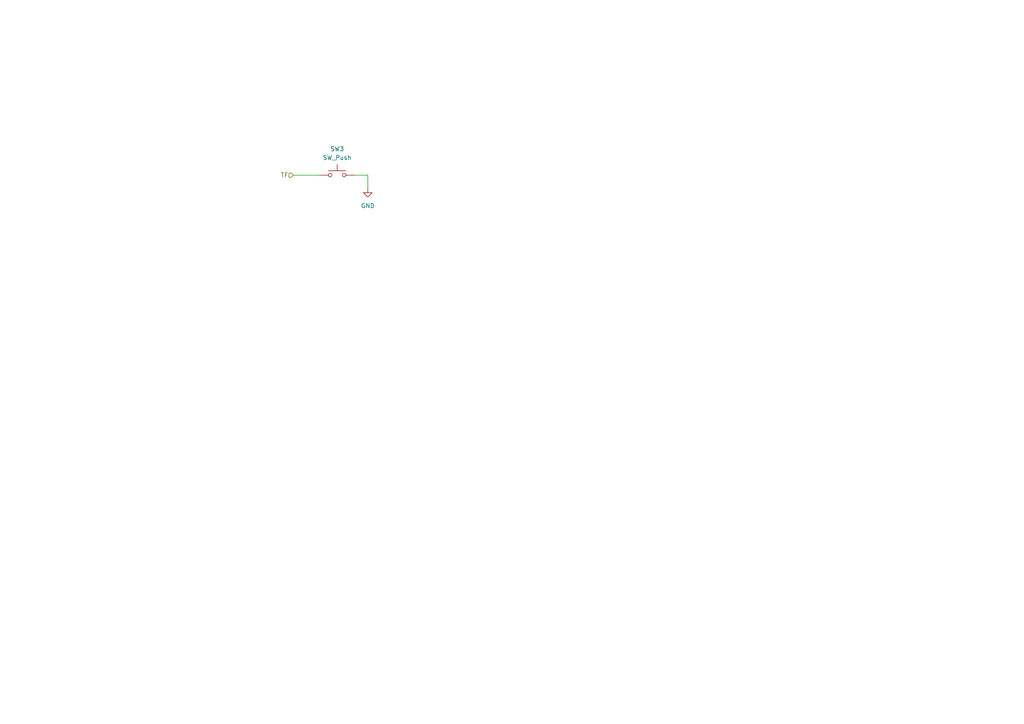
<source format=kicad_sch>
(kicad_sch
	(version 20250114)
	(generator "eeschema")
	(generator_version "9.0")
	(uuid "e066126c-fd3e-46ee-9183-edaafc4564a8")
	(paper "A4")
	(lib_symbols
		(symbol "Switch:SW_Push"
			(pin_numbers
				(hide yes)
			)
			(pin_names
				(offset 1.016)
				(hide yes)
			)
			(exclude_from_sim no)
			(in_bom yes)
			(on_board yes)
			(property "Reference" "SW"
				(at 1.27 2.54 0)
				(effects
					(font
						(size 1.27 1.27)
					)
					(justify left)
				)
			)
			(property "Value" "SW_Push"
				(at 0 -1.524 0)
				(effects
					(font
						(size 1.27 1.27)
					)
				)
			)
			(property "Footprint" ""
				(at 0 5.08 0)
				(effects
					(font
						(size 1.27 1.27)
					)
					(hide yes)
				)
			)
			(property "Datasheet" "~"
				(at 0 5.08 0)
				(effects
					(font
						(size 1.27 1.27)
					)
					(hide yes)
				)
			)
			(property "Description" "Push button switch, generic, two pins"
				(at 0 0 0)
				(effects
					(font
						(size 1.27 1.27)
					)
					(hide yes)
				)
			)
			(property "ki_keywords" "switch normally-open pushbutton push-button"
				(at 0 0 0)
				(effects
					(font
						(size 1.27 1.27)
					)
					(hide yes)
				)
			)
			(symbol "SW_Push_0_1"
				(circle
					(center -2.032 0)
					(radius 0.508)
					(stroke
						(width 0)
						(type default)
					)
					(fill
						(type none)
					)
				)
				(polyline
					(pts
						(xy 0 1.27) (xy 0 3.048)
					)
					(stroke
						(width 0)
						(type default)
					)
					(fill
						(type none)
					)
				)
				(circle
					(center 2.032 0)
					(radius 0.508)
					(stroke
						(width 0)
						(type default)
					)
					(fill
						(type none)
					)
				)
				(polyline
					(pts
						(xy 2.54 1.27) (xy -2.54 1.27)
					)
					(stroke
						(width 0)
						(type default)
					)
					(fill
						(type none)
					)
				)
				(pin passive line
					(at -5.08 0 0)
					(length 2.54)
					(name "1"
						(effects
							(font
								(size 1.27 1.27)
							)
						)
					)
					(number "1"
						(effects
							(font
								(size 1.27 1.27)
							)
						)
					)
				)
				(pin passive line
					(at 5.08 0 180)
					(length 2.54)
					(name "2"
						(effects
							(font
								(size 1.27 1.27)
							)
						)
					)
					(number "2"
						(effects
							(font
								(size 1.27 1.27)
							)
						)
					)
				)
			)
			(embedded_fonts no)
		)
		(symbol "power:GND"
			(power)
			(pin_numbers
				(hide yes)
			)
			(pin_names
				(offset 0)
				(hide yes)
			)
			(exclude_from_sim no)
			(in_bom yes)
			(on_board yes)
			(property "Reference" "#PWR"
				(at 0 -6.35 0)
				(effects
					(font
						(size 1.27 1.27)
					)
					(hide yes)
				)
			)
			(property "Value" "GND"
				(at 0 -3.81 0)
				(effects
					(font
						(size 1.27 1.27)
					)
				)
			)
			(property "Footprint" ""
				(at 0 0 0)
				(effects
					(font
						(size 1.27 1.27)
					)
					(hide yes)
				)
			)
			(property "Datasheet" ""
				(at 0 0 0)
				(effects
					(font
						(size 1.27 1.27)
					)
					(hide yes)
				)
			)
			(property "Description" "Power symbol creates a global label with name \"GND\" , ground"
				(at 0 0 0)
				(effects
					(font
						(size 1.27 1.27)
					)
					(hide yes)
				)
			)
			(property "ki_keywords" "global power"
				(at 0 0 0)
				(effects
					(font
						(size 1.27 1.27)
					)
					(hide yes)
				)
			)
			(symbol "GND_0_1"
				(polyline
					(pts
						(xy 0 0) (xy 0 -1.27) (xy 1.27 -1.27) (xy 0 -2.54) (xy -1.27 -1.27) (xy 0 -1.27)
					)
					(stroke
						(width 0)
						(type default)
					)
					(fill
						(type none)
					)
				)
			)
			(symbol "GND_1_1"
				(pin power_in line
					(at 0 0 270)
					(length 0)
					(name "~"
						(effects
							(font
								(size 1.27 1.27)
							)
						)
					)
					(number "1"
						(effects
							(font
								(size 1.27 1.27)
							)
						)
					)
				)
			)
			(embedded_fonts no)
		)
	)
	(wire
		(pts
			(xy 106.68 50.8) (xy 106.68 54.61)
		)
		(stroke
			(width 0)
			(type default)
		)
		(uuid "464178d8-69ba-4a2e-a49f-09269d0f47d2")
	)
	(wire
		(pts
			(xy 102.87 50.8) (xy 106.68 50.8)
		)
		(stroke
			(width 0)
			(type default)
		)
		(uuid "66edde79-350b-4288-b09c-da3cbd68e9dd")
	)
	(wire
		(pts
			(xy 85.09 50.8) (xy 92.71 50.8)
		)
		(stroke
			(width 0)
			(type default)
		)
		(uuid "feda6438-29e1-4f0c-abf7-8db0c175032c")
	)
	(hierarchical_label "TF"
		(shape input)
		(at 85.09 50.8 180)
		(effects
			(font
				(size 1.27 1.27)
			)
			(justify right)
		)
		(uuid "a390363e-47d3-4d55-9960-b8e7ff741f07")
	)
	(symbol
		(lib_id "power:GND")
		(at 106.68 54.61 0)
		(unit 1)
		(exclude_from_sim no)
		(in_bom yes)
		(on_board yes)
		(dnp no)
		(fields_autoplaced yes)
		(uuid "1c709db0-15cb-4364-8f1e-45f93ff99898")
		(property "Reference" "#PWR012"
			(at 106.68 60.96 0)
			(effects
				(font
					(size 1.27 1.27)
				)
				(hide yes)
			)
		)
		(property "Value" "GND"
			(at 106.68 59.69 0)
			(effects
				(font
					(size 1.27 1.27)
				)
			)
		)
		(property "Footprint" ""
			(at 106.68 54.61 0)
			(effects
				(font
					(size 1.27 1.27)
				)
				(hide yes)
			)
		)
		(property "Datasheet" ""
			(at 106.68 54.61 0)
			(effects
				(font
					(size 1.27 1.27)
				)
				(hide yes)
			)
		)
		(property "Description" "Power symbol creates a global label with name \"GND\" , ground"
			(at 106.68 54.61 0)
			(effects
				(font
					(size 1.27 1.27)
				)
				(hide yes)
			)
		)
		(pin "1"
			(uuid "5e12487f-830a-412f-b15b-19661190230a")
		)
		(instances
			(project ""
				(path "/3d75f2ac-ff42-44dc-9858-71c9585bfb68/8cec64a4-8f4e-425a-930a-28a9426475d7/ebe60ddc-68a7-4572-9e9c-530ac61c112f"
					(reference "#PWR012")
					(unit 1)
				)
			)
		)
	)
	(symbol
		(lib_id "Switch:SW_Push")
		(at 97.79 50.8 0)
		(unit 1)
		(exclude_from_sim no)
		(in_bom yes)
		(on_board yes)
		(dnp no)
		(fields_autoplaced yes)
		(uuid "d975f2f9-7185-4db6-b139-6b4bdc15a018")
		(property "Reference" "SW3"
			(at 97.79 43.18 0)
			(effects
				(font
					(size 1.27 1.27)
				)
			)
		)
		(property "Value" "SW_Push"
			(at 97.79 45.72 0)
			(effects
				(font
					(size 1.27 1.27)
				)
			)
		)
		(property "Footprint" ""
			(at 97.79 45.72 0)
			(effects
				(font
					(size 1.27 1.27)
				)
				(hide yes)
			)
		)
		(property "Datasheet" "~"
			(at 97.79 45.72 0)
			(effects
				(font
					(size 1.27 1.27)
				)
				(hide yes)
			)
		)
		(property "Description" "Push button switch, generic, two pins"
			(at 97.79 50.8 0)
			(effects
				(font
					(size 1.27 1.27)
				)
				(hide yes)
			)
		)
		(pin "2"
			(uuid "1c57a970-8f29-45b4-975e-654244e5e718")
		)
		(pin "1"
			(uuid "af05589e-ceba-42eb-b7b7-c0c80af8fea9")
		)
		(instances
			(project ""
				(path "/3d75f2ac-ff42-44dc-9858-71c9585bfb68/8cec64a4-8f4e-425a-930a-28a9426475d7/ebe60ddc-68a7-4572-9e9c-530ac61c112f"
					(reference "SW3")
					(unit 1)
				)
			)
		)
	)
)

</source>
